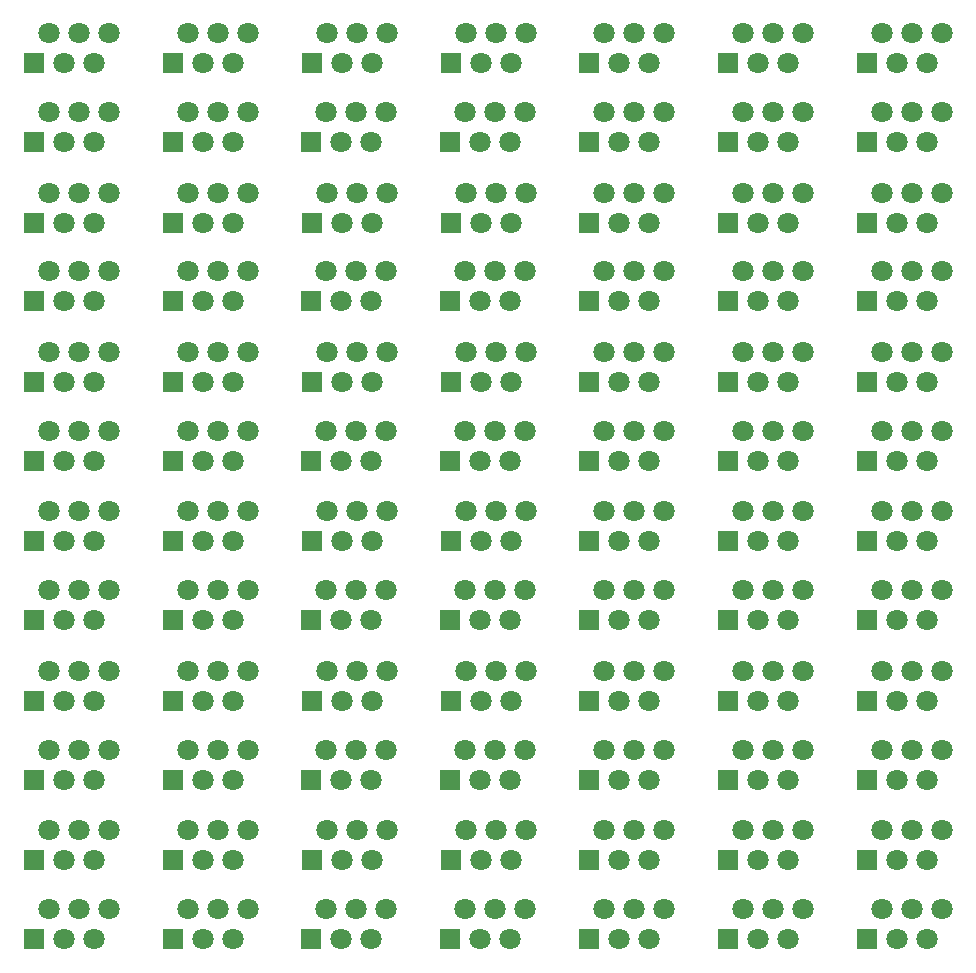
<source format=gbr>
G04 #@! TF.GenerationSoftware,KiCad,Pcbnew,5.1.0-060a0da~80~ubuntu18.04.1*
G04 #@! TF.CreationDate,2019-05-13T00:31:07+02:00*
G04 #@! TF.ProjectId,spi_connector_board_micromatch_only_5x5_panel,7370695f-636f-46e6-9e65-63746f725f62,rev?*
G04 #@! TF.SameCoordinates,Original*
G04 #@! TF.FileFunction,Copper,L2,Bot*
G04 #@! TF.FilePolarity,Positive*
%FSLAX46Y46*%
G04 Gerber Fmt 4.6, Leading zero omitted, Abs format (unit mm)*
G04 Created by KiCad (PCBNEW 5.1.0-060a0da~80~ubuntu18.04.1) date 2019-05-13 00:31:07*
%MOMM*%
%LPD*%
G04 APERTURE LIST*
%ADD10C,1.800000*%
%ADD11R,1.800000X1.800000*%
G04 APERTURE END LIST*
D10*
X155272500Y-143192000D03*
X154002500Y-145732000D03*
X152732500Y-143192000D03*
D11*
X151462500Y-145732000D03*
D10*
X156542500Y-145732000D03*
X157812500Y-143192000D03*
X143522500Y-143192000D03*
X142252500Y-145732000D03*
X140982500Y-143192000D03*
D11*
X139712500Y-145732000D03*
D10*
X144792500Y-145732000D03*
X146062500Y-143192000D03*
X131772500Y-143192000D03*
X130502500Y-145732000D03*
X129232500Y-143192000D03*
D11*
X127962500Y-145732000D03*
D10*
X133042500Y-145732000D03*
X134312500Y-143192000D03*
X120022500Y-143192000D03*
X118752500Y-145732000D03*
X117482500Y-143192000D03*
D11*
X116212500Y-145732000D03*
D10*
X121292500Y-145732000D03*
X122562500Y-143192000D03*
X108272500Y-143192000D03*
X107002500Y-145732000D03*
X105732500Y-143192000D03*
D11*
X104462500Y-145732000D03*
D10*
X109542500Y-145732000D03*
X110812500Y-143192000D03*
X96522500Y-143192000D03*
X95252500Y-145732000D03*
X93982500Y-143192000D03*
D11*
X92712500Y-145732000D03*
D10*
X97792500Y-145732000D03*
X99062500Y-143192000D03*
X84772500Y-143192000D03*
X83502500Y-145732000D03*
X82232500Y-143192000D03*
D11*
X80962500Y-145732000D03*
D10*
X86042500Y-145732000D03*
X87312500Y-143192000D03*
X155272500Y-129692000D03*
X154002500Y-132232000D03*
X152732500Y-129692000D03*
D11*
X151462500Y-132232000D03*
D10*
X156542500Y-132232000D03*
X157812500Y-129692000D03*
X143522500Y-129692000D03*
X142252500Y-132232000D03*
X140982500Y-129692000D03*
D11*
X139712500Y-132232000D03*
D10*
X144792500Y-132232000D03*
X146062500Y-129692000D03*
X131772500Y-129692000D03*
X130502500Y-132232000D03*
X129232500Y-129692000D03*
D11*
X127962500Y-132232000D03*
D10*
X133042500Y-132232000D03*
X134312500Y-129692000D03*
X120022500Y-129692000D03*
X118752500Y-132232000D03*
X117482500Y-129692000D03*
D11*
X116212500Y-132232000D03*
D10*
X121292500Y-132232000D03*
X122562500Y-129692000D03*
X108272500Y-129692000D03*
X107002500Y-132232000D03*
X105732500Y-129692000D03*
D11*
X104462500Y-132232000D03*
D10*
X109542500Y-132232000D03*
X110812500Y-129692000D03*
X96522500Y-129692000D03*
X95252500Y-132232000D03*
X93982500Y-129692000D03*
D11*
X92712500Y-132232000D03*
D10*
X97792500Y-132232000D03*
X99062500Y-129692000D03*
X84772500Y-129692000D03*
X83502500Y-132232000D03*
X82232500Y-129692000D03*
D11*
X80962500Y-132232000D03*
D10*
X86042500Y-132232000D03*
X87312500Y-129692000D03*
X155272500Y-116192000D03*
X154002500Y-118732000D03*
X152732500Y-116192000D03*
D11*
X151462500Y-118732000D03*
D10*
X156542500Y-118732000D03*
X157812500Y-116192000D03*
X143522500Y-116192000D03*
X142252500Y-118732000D03*
X140982500Y-116192000D03*
D11*
X139712500Y-118732000D03*
D10*
X144792500Y-118732000D03*
X146062500Y-116192000D03*
X131772500Y-116192000D03*
X130502500Y-118732000D03*
X129232500Y-116192000D03*
D11*
X127962500Y-118732000D03*
D10*
X133042500Y-118732000D03*
X134312500Y-116192000D03*
X120022500Y-116192000D03*
X118752500Y-118732000D03*
X117482500Y-116192000D03*
D11*
X116212500Y-118732000D03*
D10*
X121292500Y-118732000D03*
X122562500Y-116192000D03*
X108272500Y-116192000D03*
X107002500Y-118732000D03*
X105732500Y-116192000D03*
D11*
X104462500Y-118732000D03*
D10*
X109542500Y-118732000D03*
X110812500Y-116192000D03*
X96522500Y-116192000D03*
X95252500Y-118732000D03*
X93982500Y-116192000D03*
D11*
X92712500Y-118732000D03*
D10*
X97792500Y-118732000D03*
X99062500Y-116192000D03*
X84772500Y-116192000D03*
X83502500Y-118732000D03*
X82232500Y-116192000D03*
D11*
X80962500Y-118732000D03*
D10*
X86042500Y-118732000D03*
X87312500Y-116192000D03*
X155272500Y-102692000D03*
X154002500Y-105232000D03*
X152732500Y-102692000D03*
D11*
X151462500Y-105232000D03*
D10*
X156542500Y-105232000D03*
X157812500Y-102692000D03*
X143522500Y-102692000D03*
X142252500Y-105232000D03*
X140982500Y-102692000D03*
D11*
X139712500Y-105232000D03*
D10*
X144792500Y-105232000D03*
X146062500Y-102692000D03*
X131772500Y-102692000D03*
X130502500Y-105232000D03*
X129232500Y-102692000D03*
D11*
X127962500Y-105232000D03*
D10*
X133042500Y-105232000D03*
X134312500Y-102692000D03*
X120022500Y-102692000D03*
X118752500Y-105232000D03*
X117482500Y-102692000D03*
D11*
X116212500Y-105232000D03*
D10*
X121292500Y-105232000D03*
X122562500Y-102692000D03*
X108272500Y-102692000D03*
X107002500Y-105232000D03*
X105732500Y-102692000D03*
D11*
X104462500Y-105232000D03*
D10*
X109542500Y-105232000D03*
X110812500Y-102692000D03*
X96522500Y-102692000D03*
X95252500Y-105232000D03*
X93982500Y-102692000D03*
D11*
X92712500Y-105232000D03*
D10*
X97792500Y-105232000D03*
X99062500Y-102692000D03*
X84772500Y-102692000D03*
X83502500Y-105232000D03*
X82232500Y-102692000D03*
D11*
X80962500Y-105232000D03*
D10*
X86042500Y-105232000D03*
X87312500Y-102692000D03*
X155272500Y-89192000D03*
X154002500Y-91732000D03*
X152732500Y-89192000D03*
D11*
X151462500Y-91732000D03*
D10*
X156542500Y-91732000D03*
X157812500Y-89192000D03*
X143522500Y-89192000D03*
X142252500Y-91732000D03*
X140982500Y-89192000D03*
D11*
X139712500Y-91732000D03*
D10*
X144792500Y-91732000D03*
X146062500Y-89192000D03*
X131772500Y-89192000D03*
X130502500Y-91732000D03*
X129232500Y-89192000D03*
D11*
X127962500Y-91732000D03*
D10*
X133042500Y-91732000D03*
X134312500Y-89192000D03*
X120022500Y-89192000D03*
X118752500Y-91732000D03*
X117482500Y-89192000D03*
D11*
X116212500Y-91732000D03*
D10*
X121292500Y-91732000D03*
X122562500Y-89192000D03*
X108272500Y-89192000D03*
X107002500Y-91732000D03*
X105732500Y-89192000D03*
D11*
X104462500Y-91732000D03*
D10*
X109542500Y-91732000D03*
X110812500Y-89192000D03*
X96522500Y-89192000D03*
X95252500Y-91732000D03*
X93982500Y-89192000D03*
D11*
X92712500Y-91732000D03*
D10*
X97792500Y-91732000D03*
X99062500Y-89192000D03*
X84772500Y-89192000D03*
X83502500Y-91732000D03*
X82232500Y-89192000D03*
D11*
X80962500Y-91732000D03*
D10*
X86042500Y-91732000D03*
X87312500Y-89192000D03*
X155272500Y-75692000D03*
X154002500Y-78232000D03*
X152732500Y-75692000D03*
D11*
X151462500Y-78232000D03*
D10*
X156542500Y-78232000D03*
X157812500Y-75692000D03*
X143522500Y-75692000D03*
X142252500Y-78232000D03*
X140982500Y-75692000D03*
D11*
X139712500Y-78232000D03*
D10*
X144792500Y-78232000D03*
X146062500Y-75692000D03*
X131772500Y-75692000D03*
X130502500Y-78232000D03*
X129232500Y-75692000D03*
D11*
X127962500Y-78232000D03*
D10*
X133042500Y-78232000D03*
X134312500Y-75692000D03*
X120022500Y-75692000D03*
X118752500Y-78232000D03*
X117482500Y-75692000D03*
D11*
X116212500Y-78232000D03*
D10*
X121292500Y-78232000D03*
X122562500Y-75692000D03*
X108272500Y-75692000D03*
X107002500Y-78232000D03*
X105732500Y-75692000D03*
D11*
X104462500Y-78232000D03*
D10*
X109542500Y-78232000D03*
X110812500Y-75692000D03*
X96522500Y-75692000D03*
X95252500Y-78232000D03*
X93982500Y-75692000D03*
D11*
X92712500Y-78232000D03*
D10*
X97792500Y-78232000D03*
X99062500Y-75692000D03*
X157781500Y-149865000D03*
X156511500Y-152405000D03*
D11*
X151431500Y-152405000D03*
D10*
X152701500Y-149865000D03*
X153971500Y-152405000D03*
X155241500Y-149865000D03*
X146031500Y-149865000D03*
X144761500Y-152405000D03*
D11*
X139681500Y-152405000D03*
D10*
X140951500Y-149865000D03*
X142221500Y-152405000D03*
X143491500Y-149865000D03*
X134281500Y-149865000D03*
X133011500Y-152405000D03*
D11*
X127931500Y-152405000D03*
D10*
X129201500Y-149865000D03*
X130471500Y-152405000D03*
X131741500Y-149865000D03*
X122531500Y-149865000D03*
X121261500Y-152405000D03*
D11*
X116181500Y-152405000D03*
D10*
X117451500Y-149865000D03*
X118721500Y-152405000D03*
X119991500Y-149865000D03*
X110781500Y-149865000D03*
X109511500Y-152405000D03*
D11*
X104431500Y-152405000D03*
D10*
X105701500Y-149865000D03*
X106971500Y-152405000D03*
X108241500Y-149865000D03*
X99031500Y-149865000D03*
X97761500Y-152405000D03*
D11*
X92681500Y-152405000D03*
D10*
X93951500Y-149865000D03*
X95221500Y-152405000D03*
X96491500Y-149865000D03*
X87281500Y-149865000D03*
X86011500Y-152405000D03*
D11*
X80931500Y-152405000D03*
D10*
X82201500Y-149865000D03*
X83471500Y-152405000D03*
X84741500Y-149865000D03*
X157781500Y-136365000D03*
X156511500Y-138905000D03*
D11*
X151431500Y-138905000D03*
D10*
X152701500Y-136365000D03*
X153971500Y-138905000D03*
X155241500Y-136365000D03*
X146031500Y-136365000D03*
X144761500Y-138905000D03*
D11*
X139681500Y-138905000D03*
D10*
X140951500Y-136365000D03*
X142221500Y-138905000D03*
X143491500Y-136365000D03*
X134281500Y-136365000D03*
X133011500Y-138905000D03*
D11*
X127931500Y-138905000D03*
D10*
X129201500Y-136365000D03*
X130471500Y-138905000D03*
X131741500Y-136365000D03*
X122531500Y-136365000D03*
X121261500Y-138905000D03*
D11*
X116181500Y-138905000D03*
D10*
X117451500Y-136365000D03*
X118721500Y-138905000D03*
X119991500Y-136365000D03*
X110781500Y-136365000D03*
X109511500Y-138905000D03*
D11*
X104431500Y-138905000D03*
D10*
X105701500Y-136365000D03*
X106971500Y-138905000D03*
X108241500Y-136365000D03*
X99031500Y-136365000D03*
X97761500Y-138905000D03*
D11*
X92681500Y-138905000D03*
D10*
X93951500Y-136365000D03*
X95221500Y-138905000D03*
X96491500Y-136365000D03*
X87281500Y-136365000D03*
X86011500Y-138905000D03*
D11*
X80931500Y-138905000D03*
D10*
X82201500Y-136365000D03*
X83471500Y-138905000D03*
X84741500Y-136365000D03*
X157781500Y-122865000D03*
X156511500Y-125405000D03*
D11*
X151431500Y-125405000D03*
D10*
X152701500Y-122865000D03*
X153971500Y-125405000D03*
X155241500Y-122865000D03*
X146031500Y-122865000D03*
X144761500Y-125405000D03*
D11*
X139681500Y-125405000D03*
D10*
X140951500Y-122865000D03*
X142221500Y-125405000D03*
X143491500Y-122865000D03*
X134281500Y-122865000D03*
X133011500Y-125405000D03*
D11*
X127931500Y-125405000D03*
D10*
X129201500Y-122865000D03*
X130471500Y-125405000D03*
X131741500Y-122865000D03*
X122531500Y-122865000D03*
X121261500Y-125405000D03*
D11*
X116181500Y-125405000D03*
D10*
X117451500Y-122865000D03*
X118721500Y-125405000D03*
X119991500Y-122865000D03*
X110781500Y-122865000D03*
X109511500Y-125405000D03*
D11*
X104431500Y-125405000D03*
D10*
X105701500Y-122865000D03*
X106971500Y-125405000D03*
X108241500Y-122865000D03*
X99031500Y-122865000D03*
X97761500Y-125405000D03*
D11*
X92681500Y-125405000D03*
D10*
X93951500Y-122865000D03*
X95221500Y-125405000D03*
X96491500Y-122865000D03*
X87281500Y-122865000D03*
X86011500Y-125405000D03*
D11*
X80931500Y-125405000D03*
D10*
X82201500Y-122865000D03*
X83471500Y-125405000D03*
X84741500Y-122865000D03*
X157781500Y-109365000D03*
X156511500Y-111905000D03*
D11*
X151431500Y-111905000D03*
D10*
X152701500Y-109365000D03*
X153971500Y-111905000D03*
X155241500Y-109365000D03*
X146031500Y-109365000D03*
X144761500Y-111905000D03*
D11*
X139681500Y-111905000D03*
D10*
X140951500Y-109365000D03*
X142221500Y-111905000D03*
X143491500Y-109365000D03*
X134281500Y-109365000D03*
X133011500Y-111905000D03*
D11*
X127931500Y-111905000D03*
D10*
X129201500Y-109365000D03*
X130471500Y-111905000D03*
X131741500Y-109365000D03*
X122531500Y-109365000D03*
X121261500Y-111905000D03*
D11*
X116181500Y-111905000D03*
D10*
X117451500Y-109365000D03*
X118721500Y-111905000D03*
X119991500Y-109365000D03*
X110781500Y-109365000D03*
X109511500Y-111905000D03*
D11*
X104431500Y-111905000D03*
D10*
X105701500Y-109365000D03*
X106971500Y-111905000D03*
X108241500Y-109365000D03*
X99031500Y-109365000D03*
X97761500Y-111905000D03*
D11*
X92681500Y-111905000D03*
D10*
X93951500Y-109365000D03*
X95221500Y-111905000D03*
X96491500Y-109365000D03*
X87281500Y-109365000D03*
X86011500Y-111905000D03*
D11*
X80931500Y-111905000D03*
D10*
X82201500Y-109365000D03*
X83471500Y-111905000D03*
X84741500Y-109365000D03*
X157781500Y-95865000D03*
X156511500Y-98405000D03*
D11*
X151431500Y-98405000D03*
D10*
X152701500Y-95865000D03*
X153971500Y-98405000D03*
X155241500Y-95865000D03*
X146031500Y-95865000D03*
X144761500Y-98405000D03*
D11*
X139681500Y-98405000D03*
D10*
X140951500Y-95865000D03*
X142221500Y-98405000D03*
X143491500Y-95865000D03*
X134281500Y-95865000D03*
X133011500Y-98405000D03*
D11*
X127931500Y-98405000D03*
D10*
X129201500Y-95865000D03*
X130471500Y-98405000D03*
X131741500Y-95865000D03*
X122531500Y-95865000D03*
X121261500Y-98405000D03*
D11*
X116181500Y-98405000D03*
D10*
X117451500Y-95865000D03*
X118721500Y-98405000D03*
X119991500Y-95865000D03*
X110781500Y-95865000D03*
X109511500Y-98405000D03*
D11*
X104431500Y-98405000D03*
D10*
X105701500Y-95865000D03*
X106971500Y-98405000D03*
X108241500Y-95865000D03*
X99031500Y-95865000D03*
X97761500Y-98405000D03*
D11*
X92681500Y-98405000D03*
D10*
X93951500Y-95865000D03*
X95221500Y-98405000D03*
X96491500Y-95865000D03*
X87281500Y-95865000D03*
X86011500Y-98405000D03*
D11*
X80931500Y-98405000D03*
D10*
X82201500Y-95865000D03*
X83471500Y-98405000D03*
X84741500Y-95865000D03*
X157781500Y-82365000D03*
X156511500Y-84905000D03*
D11*
X151431500Y-84905000D03*
D10*
X152701500Y-82365000D03*
X153971500Y-84905000D03*
X155241500Y-82365000D03*
X146031500Y-82365000D03*
X144761500Y-84905000D03*
D11*
X139681500Y-84905000D03*
D10*
X140951500Y-82365000D03*
X142221500Y-84905000D03*
X143491500Y-82365000D03*
X134281500Y-82365000D03*
X133011500Y-84905000D03*
D11*
X127931500Y-84905000D03*
D10*
X129201500Y-82365000D03*
X130471500Y-84905000D03*
X131741500Y-82365000D03*
X122531500Y-82365000D03*
X121261500Y-84905000D03*
D11*
X116181500Y-84905000D03*
D10*
X117451500Y-82365000D03*
X118721500Y-84905000D03*
X119991500Y-82365000D03*
X110781500Y-82365000D03*
X109511500Y-84905000D03*
D11*
X104431500Y-84905000D03*
D10*
X105701500Y-82365000D03*
X106971500Y-84905000D03*
X108241500Y-82365000D03*
X99031500Y-82365000D03*
X97761500Y-84905000D03*
D11*
X92681500Y-84905000D03*
D10*
X93951500Y-82365000D03*
X95221500Y-84905000D03*
X96491500Y-82365000D03*
X84741500Y-82365000D03*
X83471500Y-84905000D03*
X82201500Y-82365000D03*
D11*
X80931500Y-84905000D03*
D10*
X86011500Y-84905000D03*
X87281500Y-82365000D03*
X87312500Y-75692000D03*
X86042500Y-78232000D03*
D11*
X80962500Y-78232000D03*
D10*
X82232500Y-75692000D03*
X83502500Y-78232000D03*
X84772500Y-75692000D03*
M02*

</source>
